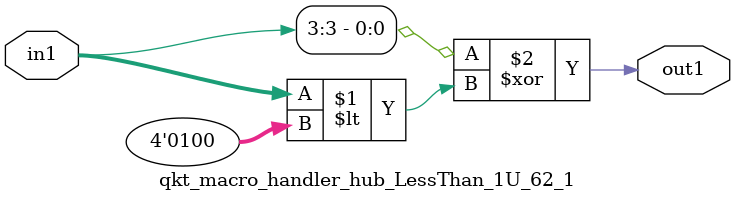
<source format=v>

`timescale 1ps / 1ps


module qkt_macro_handler_hub_LessThan_1U_62_1( in1, out1 );

    input [3:0] in1;
    output out1;

    
    // rtl_process:qkt_macro_handler_hub_LessThan_1U_62_1/qkt_macro_handler_hub_LessThan_1U_62_1_thread_1
    assign out1 = (in1[3] ^ in1 < 4'd04);

endmodule



</source>
